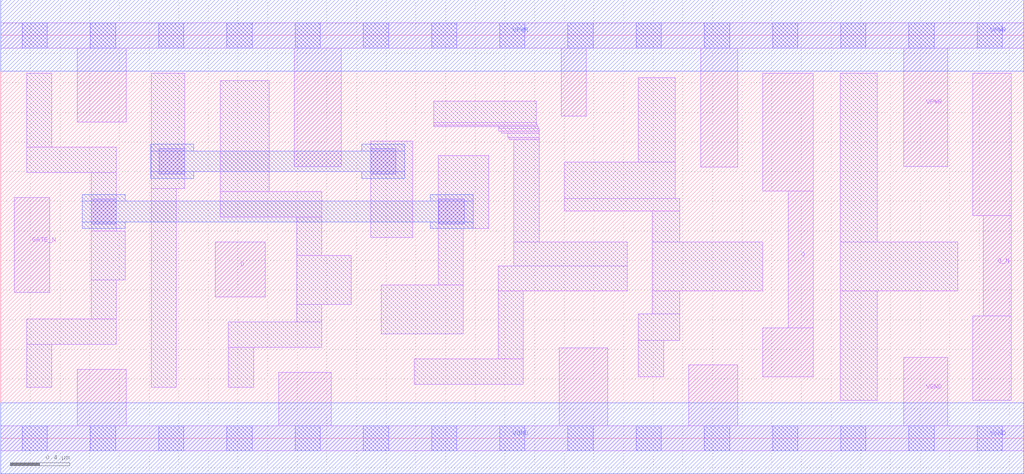
<source format=lef>
# Copyright 2020 The SkyWater PDK Authors
#
# Licensed under the Apache License, Version 2.0 (the "License");
# you may not use this file except in compliance with the License.
# You may obtain a copy of the License at
#
#     https://www.apache.org/licenses/LICENSE-2.0
#
# Unless required by applicable law or agreed to in writing, software
# distributed under the License is distributed on an "AS IS" BASIS,
# WITHOUT WARRANTIES OR CONDITIONS OF ANY KIND, either express or implied.
# See the License for the specific language governing permissions and
# limitations under the License.
#
# SPDX-License-Identifier: Apache-2.0

VERSION 5.7 ;
  NAMESCASESENSITIVE ON ;
  NOWIREEXTENSIONATPIN ON ;
  DIVIDERCHAR "/" ;
  BUSBITCHARS "[]" ;
UNITS
  DATABASE MICRONS 200 ;
END UNITS
MACRO sky130_fd_sc_hd__dlxbn_1
  CLASS CORE ;
  SOURCE USER ;
  FOREIGN sky130_fd_sc_hd__dlxbn_1 ;
  ORIGIN  0.000000  0.000000 ;
  SIZE  6.900000 BY  2.720000 ;
  SYMMETRY X Y R90 ;
  SITE unithd ;
  PIN D
    ANTENNAGATEAREA  0.159000 ;
    DIRECTION INPUT ;
    USE SIGNAL ;
    PORT
      LAYER li1 ;
        RECT 1.445000 0.955000 1.785000 1.325000 ;
    END
  END D
  PIN Q
    ANTENNADIFFAREA  0.429000 ;
    DIRECTION OUTPUT ;
    USE SIGNAL ;
    PORT
      LAYER li1 ;
        RECT 5.140000 0.415000 5.480000 0.745000 ;
        RECT 5.140000 1.670000 5.480000 2.465000 ;
        RECT 5.310000 0.745000 5.480000 1.670000 ;
    END
  END Q
  PIN Q_N
    ANTENNADIFFAREA  0.429000 ;
    DIRECTION OUTPUT ;
    USE SIGNAL ;
    PORT
      LAYER li1 ;
        RECT 6.555000 0.255000 6.815000 0.825000 ;
        RECT 6.555000 1.505000 6.815000 2.465000 ;
        RECT 6.625000 0.825000 6.815000 1.505000 ;
    END
  END Q_N
  PIN GATE_N
    ANTENNAGATEAREA  0.159000 ;
    DIRECTION INPUT ;
    USE CLOCK ;
    PORT
      LAYER li1 ;
        RECT 0.090000 0.985000 0.330000 1.625000 ;
    END
  END GATE_N
  PIN VGND
    DIRECTION INOUT ;
    SHAPE ABUTMENT ;
    USE GROUND ;
    PORT
      LAYER li1 ;
        RECT 0.000000 -0.085000 6.900000 0.085000 ;
        RECT 0.515000  0.085000 0.845000 0.465000 ;
        RECT 1.875000  0.085000 2.230000 0.445000 ;
        RECT 3.765000  0.085000 4.095000 0.610000 ;
        RECT 4.640000  0.085000 4.970000 0.495000 ;
        RECT 6.090000  0.085000 6.385000 0.545000 ;
      LAYER mcon ;
        RECT 0.145000 -0.085000 0.315000 0.085000 ;
        RECT 0.605000 -0.085000 0.775000 0.085000 ;
        RECT 1.065000 -0.085000 1.235000 0.085000 ;
        RECT 1.525000 -0.085000 1.695000 0.085000 ;
        RECT 1.985000 -0.085000 2.155000 0.085000 ;
        RECT 2.445000 -0.085000 2.615000 0.085000 ;
        RECT 2.905000 -0.085000 3.075000 0.085000 ;
        RECT 3.365000 -0.085000 3.535000 0.085000 ;
        RECT 3.825000 -0.085000 3.995000 0.085000 ;
        RECT 4.285000 -0.085000 4.455000 0.085000 ;
        RECT 4.745000 -0.085000 4.915000 0.085000 ;
        RECT 5.205000 -0.085000 5.375000 0.085000 ;
        RECT 5.665000 -0.085000 5.835000 0.085000 ;
        RECT 6.125000 -0.085000 6.295000 0.085000 ;
        RECT 6.585000 -0.085000 6.755000 0.085000 ;
      LAYER met1 ;
        RECT 0.000000 -0.240000 6.900000 0.240000 ;
    END
  END VGND
  PIN VPWR
    DIRECTION INOUT ;
    SHAPE ABUTMENT ;
    USE POWER ;
    PORT
      LAYER li1 ;
        RECT 0.000000 2.635000 6.900000 2.805000 ;
        RECT 0.515000 2.135000 0.845000 2.635000 ;
        RECT 1.980000 1.835000 2.295000 2.635000 ;
        RECT 3.780000 2.175000 3.950000 2.635000 ;
        RECT 4.720000 1.830000 4.970000 2.635000 ;
        RECT 6.090000 1.835000 6.385000 2.635000 ;
      LAYER mcon ;
        RECT 0.145000 2.635000 0.315000 2.805000 ;
        RECT 0.605000 2.635000 0.775000 2.805000 ;
        RECT 1.065000 2.635000 1.235000 2.805000 ;
        RECT 1.525000 2.635000 1.695000 2.805000 ;
        RECT 1.985000 2.635000 2.155000 2.805000 ;
        RECT 2.445000 2.635000 2.615000 2.805000 ;
        RECT 2.905000 2.635000 3.075000 2.805000 ;
        RECT 3.365000 2.635000 3.535000 2.805000 ;
        RECT 3.825000 2.635000 3.995000 2.805000 ;
        RECT 4.285000 2.635000 4.455000 2.805000 ;
        RECT 4.745000 2.635000 4.915000 2.805000 ;
        RECT 5.205000 2.635000 5.375000 2.805000 ;
        RECT 5.665000 2.635000 5.835000 2.805000 ;
        RECT 6.125000 2.635000 6.295000 2.805000 ;
        RECT 6.585000 2.635000 6.755000 2.805000 ;
      LAYER met1 ;
        RECT 0.000000 2.480000 6.900000 2.960000 ;
    END
  END VPWR
  OBS
    LAYER li1 ;
      RECT 0.175000 0.345000 0.345000 0.635000 ;
      RECT 0.175000 0.635000 0.780000 0.805000 ;
      RECT 0.175000 1.795000 0.780000 1.965000 ;
      RECT 0.175000 1.965000 0.345000 2.465000 ;
      RECT 0.610000 0.805000 0.780000 1.070000 ;
      RECT 0.610000 1.070000 0.840000 1.400000 ;
      RECT 0.610000 1.400000 0.780000 1.795000 ;
      RECT 1.015000 0.345000 1.185000 1.685000 ;
      RECT 1.015000 1.685000 1.240000 2.465000 ;
      RECT 1.480000 1.495000 2.165000 1.665000 ;
      RECT 1.480000 1.665000 1.810000 2.415000 ;
      RECT 1.535000 0.345000 1.705000 0.615000 ;
      RECT 1.535000 0.615000 2.165000 0.785000 ;
      RECT 1.995000 0.785000 2.165000 0.905000 ;
      RECT 1.995000 0.905000 2.365000 1.235000 ;
      RECT 1.995000 1.235000 2.165000 1.495000 ;
      RECT 2.495000 1.355000 2.780000 2.005000 ;
      RECT 2.565000 0.705000 3.120000 1.035000 ;
      RECT 2.790000 0.365000 3.525000 0.535000 ;
      RECT 2.920000 2.105000 3.620000 2.115000 ;
      RECT 2.920000 2.115000 3.615000 2.130000 ;
      RECT 2.920000 2.130000 3.610000 2.275000 ;
      RECT 2.950000 1.035000 3.120000 1.415000 ;
      RECT 2.950000 1.415000 3.290000 1.910000 ;
      RECT 3.355000 0.535000 3.525000 0.995000 ;
      RECT 3.355000 0.995000 4.225000 1.165000 ;
      RECT 3.360000 2.075000 3.630000 2.090000 ;
      RECT 3.360000 2.090000 3.625000 2.105000 ;
      RECT 3.375000 2.060000 3.630000 2.075000 ;
      RECT 3.420000 2.030000 3.630000 2.060000 ;
      RECT 3.430000 2.015000 3.630000 2.030000 ;
      RECT 3.460000 1.165000 4.225000 1.325000 ;
      RECT 3.460000 1.325000 3.630000 2.015000 ;
      RECT 3.800000 1.535000 4.580000 1.620000 ;
      RECT 3.800000 1.620000 4.550000 1.865000 ;
      RECT 4.300000 0.415000 4.470000 0.660000 ;
      RECT 4.300000 0.660000 4.580000 0.840000 ;
      RECT 4.300000 1.865000 4.550000 2.435000 ;
      RECT 4.395000 0.840000 4.580000 0.995000 ;
      RECT 4.395000 0.995000 5.140000 1.325000 ;
      RECT 4.395000 1.325000 4.580000 1.535000 ;
      RECT 5.660000 0.255000 5.910000 0.995000 ;
      RECT 5.660000 0.995000 6.455000 1.325000 ;
      RECT 5.660000 1.325000 5.910000 2.465000 ;
    LAYER mcon ;
      RECT 0.610000 1.445000 0.780000 1.615000 ;
      RECT 1.070000 1.785000 1.240000 1.955000 ;
      RECT 2.495000 1.785000 2.665000 1.955000 ;
      RECT 2.955000 1.445000 3.125000 1.615000 ;
    LAYER met1 ;
      RECT 0.550000 1.415000 0.840000 1.460000 ;
      RECT 0.550000 1.460000 3.185000 1.600000 ;
      RECT 0.550000 1.600000 0.840000 1.645000 ;
      RECT 1.010000 1.755000 1.300000 1.800000 ;
      RECT 1.010000 1.800000 2.725000 1.940000 ;
      RECT 1.010000 1.940000 1.300000 1.985000 ;
      RECT 2.435000 1.755000 2.725000 1.800000 ;
      RECT 2.435000 1.940000 2.725000 1.985000 ;
      RECT 2.895000 1.415000 3.185000 1.460000 ;
      RECT 2.895000 1.600000 3.185000 1.645000 ;
  END
END sky130_fd_sc_hd__dlxbn_1

</source>
